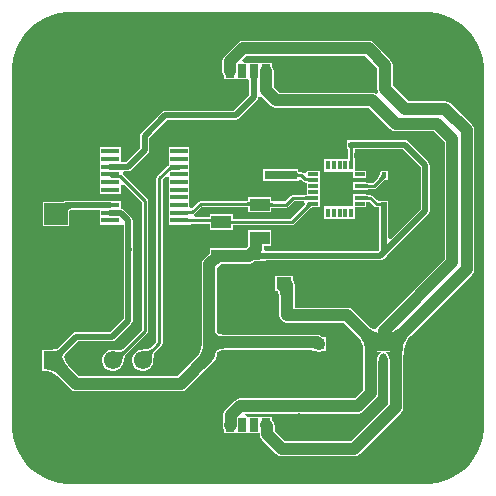
<source format=gtl>
G04*
G04 #@! TF.GenerationSoftware,Altium Limited,Altium Designer,25.8.1 (18)*
G04*
G04 Layer_Physical_Order=1*
G04 Layer_Color=255*
%FSLAX25Y25*%
%MOIN*%
G70*
G04*
G04 #@! TF.SameCoordinates,45097E57-D6D4-4368-9298-5D8CD2504E13*
G04*
G04*
G04 #@! TF.FilePolarity,Positive*
G04*
G01*
G75*
%ADD15C,0.01000*%
%ADD17R,0.01822X0.02182*%
%ADD18R,0.02182X0.01822*%
%ADD19R,0.01378X0.03150*%
%ADD20R,0.03347X0.01378*%
%ADD21R,0.01860X0.02029*%
%ADD22R,0.10236X0.10630*%
%ADD23R,0.12598X0.06299*%
%ADD24R,0.03568X0.03563*%
%ADD25R,0.03543X0.04528*%
%ADD26R,0.10646X0.02965*%
%ADD27R,0.07890X0.07296*%
%ADD28R,0.05906X0.01772*%
%ADD29R,0.03954X0.03434*%
%ADD30R,0.04758X0.03985*%
%ADD31R,0.02029X0.01860*%
%ADD32R,0.06741X0.04166*%
G04:AMPARAMS|DCode=33|XSize=39.54mil|YSize=34.34mil|CornerRadius=17.17mil|HoleSize=0mil|Usage=FLASHONLY|Rotation=180.000|XOffset=0mil|YOffset=0mil|HoleType=Round|Shape=RoundedRectangle|*
%AMROUNDEDRECTD33*
21,1,0.03954,0.00000,0,0,180.0*
21,1,0.00520,0.03434,0,0,180.0*
1,1,0.03434,-0.00260,0.00000*
1,1,0.03434,0.00260,0.00000*
1,1,0.03434,0.00260,0.00000*
1,1,0.03434,-0.00260,0.00000*
%
%ADD33ROUNDEDRECTD33*%
G04:AMPARAMS|DCode=34|XSize=39.54mil|YSize=125.28mil|CornerRadius=17.2mil|HoleSize=0mil|Usage=FLASHONLY|Rotation=180.000|XOffset=0mil|YOffset=0mil|HoleType=Round|Shape=RoundedRectangle|*
%AMROUNDEDRECTD34*
21,1,0.03954,0.09088,0,0,180.0*
21,1,0.00514,0.12528,0,0,180.0*
1,1,0.03440,-0.00257,0.04544*
1,1,0.03440,0.00257,0.04544*
1,1,0.03440,0.00257,-0.04544*
1,1,0.03440,-0.00257,-0.04544*
%
%ADD34ROUNDEDRECTD34*%
%ADD35R,0.02756X0.04528*%
%ADD36R,0.03150X0.04528*%
%ADD52C,0.03937*%
%ADD53C,0.01968*%
%ADD54O,0.03937X0.07874*%
%ADD55C,0.06102*%
%ADD56R,0.06102X0.06102*%
%ADD57C,0.05000*%
%ADD58C,0.15748*%
%ADD59C,0.03937*%
%ADD60C,0.01968*%
G36*
X141644Y157143D02*
X144136Y156476D01*
X146520Y155488D01*
X148755Y154198D01*
X150802Y152627D01*
X152627Y150802D01*
X154198Y148755D01*
X155488Y146520D01*
X156476Y144136D01*
X157143Y141644D01*
X157480Y139085D01*
Y137795D01*
Y19685D01*
Y18395D01*
X157143Y15836D01*
X156476Y13344D01*
X155488Y10960D01*
X154198Y8725D01*
X152627Y6678D01*
X150802Y4853D01*
X148755Y3282D01*
X146520Y1992D01*
X144136Y1005D01*
X141644Y337D01*
X139085Y0D01*
X19685D01*
X18395Y-0D01*
X15836Y337D01*
X13344Y1005D01*
X10960Y1992D01*
X8725Y3282D01*
X6678Y4853D01*
X4853Y6678D01*
X3282Y8725D01*
X1992Y10960D01*
X1005Y13344D01*
X337Y15836D01*
X-0Y18395D01*
X0Y19685D01*
X0Y137795D01*
Y139085D01*
X337Y141644D01*
X1005Y144136D01*
X1992Y146520D01*
X3282Y148755D01*
X4853Y150802D01*
X6678Y152627D01*
X8725Y154198D01*
X10960Y155488D01*
X13344Y156476D01*
X15836Y157143D01*
X18395Y157480D01*
X19685Y157480D01*
X19685Y157480D01*
X139085D01*
X141644Y157143D01*
D02*
G37*
%LPC*%
G36*
X125427Y104527D02*
X122605D01*
Y103358D01*
X122576Y103298D01*
X122571Y103184D01*
X122557Y103094D01*
X122534Y103002D01*
X122501Y102906D01*
X122455Y102806D01*
X122398Y102701D01*
X122327Y102591D01*
X122241Y102478D01*
X122141Y102360D01*
X122017Y102230D01*
X121998Y102181D01*
X120247Y100429D01*
X118764D01*
X118715Y100451D01*
X118370Y100457D01*
X118217Y100469D01*
X118217Y100598D01*
X117704Y100628D01*
X117648Y100604D01*
X117550Y100605D01*
X117542Y100598D01*
X113870D01*
Y98220D01*
X117217D01*
X117542Y98220D01*
X117550Y98214D01*
X117648Y98215D01*
X117704Y98191D01*
X118217Y98220D01*
X119197Y98390D01*
X120669D01*
X121060Y98467D01*
X121390Y98689D01*
X123440Y100739D01*
X123490Y100758D01*
X123620Y100882D01*
X123738Y100981D01*
X123851Y101067D01*
X123961Y101138D01*
X124066Y101196D01*
X124166Y101241D01*
X124262Y101274D01*
X124354Y101297D01*
X124443Y101311D01*
X124558Y101316D01*
X124618Y101345D01*
X125427D01*
Y104527D01*
D02*
G37*
G36*
X59161Y112311D02*
X52256D01*
Y109539D01*
Y106367D01*
X52239Y106363D01*
X51908Y106142D01*
X48492Y102726D01*
X48271Y102395D01*
X48193Y102005D01*
Y47352D01*
X46381Y45539D01*
X46338Y45525D01*
X46202Y45408D01*
X46064Y45318D01*
X45890Y45233D01*
X45679Y45155D01*
X45431Y45086D01*
X45146Y45028D01*
X44832Y44984D01*
X44075Y44934D01*
X43649Y44931D01*
X43552Y44890D01*
X43154D01*
X42251Y44648D01*
X41442Y44180D01*
X40780Y43519D01*
X40313Y42709D01*
X40071Y41806D01*
Y40871D01*
X40313Y39968D01*
X40780Y39158D01*
X41442Y38497D01*
X42251Y38029D01*
X43154Y37787D01*
X44090D01*
X44993Y38029D01*
X45803Y38497D01*
X46464Y39158D01*
X46931Y39968D01*
X47173Y40871D01*
Y41268D01*
X47214Y41365D01*
X47217Y41792D01*
X47267Y42549D01*
X47312Y42863D01*
X47370Y43148D01*
X47438Y43396D01*
X47517Y43606D01*
X47602Y43780D01*
X47691Y43918D01*
X47809Y44055D01*
X47823Y44097D01*
X49934Y46208D01*
X50155Y46539D01*
X50232Y46929D01*
Y101582D01*
X51332Y102682D01*
X52256Y102300D01*
Y99303D01*
Y96744D01*
Y94185D01*
Y91626D01*
Y89067D01*
Y86508D01*
X58161D01*
X58533Y86508D01*
X58574Y86484D01*
X58631Y86486D01*
X58649Y86479D01*
X59161Y86508D01*
X60136Y86874D01*
X65461D01*
X65509Y86853D01*
X65683Y86848D01*
X65815Y86836D01*
X65918Y86819D01*
X65990Y86800D01*
X66010Y86792D01*
X66012Y86789D01*
Y84728D01*
X73752D01*
Y86206D01*
X73754Y86209D01*
X73774Y86217D01*
X73845Y86237D01*
X73949Y86254D01*
X74081Y86265D01*
X74255Y86270D01*
X74303Y86291D01*
X93315D01*
X93705Y86369D01*
X94036Y86590D01*
X99154Y91709D01*
X99204Y91728D01*
X99334Y91852D01*
X99452Y91951D01*
X99565Y92037D01*
X99675Y92108D01*
X99780Y92165D01*
X99880Y92211D01*
X99976Y92244D01*
X100068Y92267D01*
X100157Y92281D01*
X100272Y92286D01*
X100332Y92315D01*
X102665D01*
Y96252D01*
Y100189D01*
Y104535D01*
X98319D01*
Y103979D01*
X97319Y103564D01*
X97111Y103772D01*
X96780Y103993D01*
X96390Y104071D01*
X95940D01*
X95892Y104092D01*
X95719Y104097D01*
X95586Y104109D01*
X95483Y104126D01*
X95412Y104145D01*
X95392Y104153D01*
X95390Y104156D01*
Y105034D01*
X83744D01*
Y101069D01*
X95390D01*
Y101195D01*
X96390Y101609D01*
X97153Y100846D01*
X97484Y100625D01*
X97764Y100569D01*
X97863Y100526D01*
X98032Y100522D01*
X98166Y100513D01*
X98273Y100500D01*
X98319Y100490D01*
Y96540D01*
X97998Y96515D01*
X97826Y96514D01*
X97775Y96492D01*
X93656D01*
X93265Y96414D01*
X92935Y96193D01*
X90977Y94236D01*
X87098D01*
X87050Y94257D01*
X86877Y94262D01*
X86744Y94274D01*
X86641Y94291D01*
X86569Y94310D01*
X86549Y94318D01*
X86547Y94322D01*
Y95799D01*
X78807D01*
Y94609D01*
X78805Y94606D01*
X78785Y94598D01*
X78714Y94578D01*
X78610Y94561D01*
X78478Y94550D01*
X78305Y94545D01*
X78256Y94524D01*
X62992D01*
X62602Y94446D01*
X62271Y94225D01*
X60161Y92115D01*
X59161Y92529D01*
Y96744D01*
Y99303D01*
Y101862D01*
Y104421D01*
Y106980D01*
Y109539D01*
Y112311D01*
D02*
G37*
G36*
X130905Y114702D02*
X130905Y114702D01*
X113189D01*
X112674Y114600D01*
X111598D01*
Y111778D01*
X112079D01*
X112146Y110722D01*
X112148Y110370D01*
X112169Y110318D01*
Y108922D01*
X112148Y108873D01*
X112141Y108528D01*
X112129Y108374D01*
X104126D01*
Y104224D01*
X113507D01*
X113870Y104224D01*
X113870Y103746D01*
Y102157D01*
X118217D01*
Y104535D01*
X114741D01*
X114378Y104535D01*
X114378Y105014D01*
Y107374D01*
X114378Y107699D01*
X114385Y107708D01*
X114384Y107805D01*
X114407Y107862D01*
X114378Y108374D01*
X114209Y109354D01*
Y110318D01*
X114230Y110370D01*
X114232Y110730D01*
X114261Y111602D01*
X114268Y111676D01*
X130279D01*
X136282Y105672D01*
Y91634D01*
X126453Y81805D01*
X125529Y82188D01*
Y92998D01*
X125446Y93416D01*
Y94512D01*
X123253D01*
X123240Y94522D01*
X123147Y94521D01*
X123098Y94542D01*
X122586Y94512D01*
X121655Y94680D01*
X120142Y96193D01*
X119811Y96414D01*
X119421Y96492D01*
X118764D01*
X118715Y96513D01*
X118370Y96520D01*
X118217Y96532D01*
X118217Y96661D01*
X117704Y96691D01*
X117648Y96667D01*
X117550Y96668D01*
X117542Y96661D01*
X113870D01*
Y94283D01*
X113870Y92626D01*
X113507Y92626D01*
X104126D01*
Y88476D01*
X114378D01*
Y91836D01*
X114378Y92315D01*
X114741Y92315D01*
X118217D01*
Y93927D01*
X119217Y94235D01*
X120865Y92587D01*
X121195Y92366D01*
X121586Y92288D01*
X122035D01*
X122083Y92267D01*
X122257Y92262D01*
X122389Y92251D01*
X122493Y92233D01*
X122502Y92231D01*
Y77855D01*
X122236Y77588D01*
X84831D01*
X84803Y77600D01*
X83981Y78381D01*
Y79397D01*
X86547D01*
Y84563D01*
X78807D01*
Y79397D01*
X78807Y79397D01*
X78807D01*
X78206Y78682D01*
X78115Y78592D01*
X75622D01*
X73752Y78632D01*
X73752Y78658D01*
X73240Y78687D01*
X73171Y78658D01*
X73067Y78658D01*
X73066Y78658D01*
X66012D01*
Y77051D01*
X63988Y75028D01*
X63442Y74211D01*
X63251Y73248D01*
Y51806D01*
X63247Y51788D01*
Y46444D01*
X63227Y46049D01*
X63152Y45544D01*
X63025Y45037D01*
X62846Y44525D01*
X62614Y44010D01*
X62328Y43489D01*
X61987Y42964D01*
X61590Y42435D01*
X61137Y41903D01*
X60816Y41564D01*
X55233Y35981D01*
X22539D01*
X19640Y38879D01*
X19319Y39218D01*
X18866Y39751D01*
X18469Y40280D01*
X18128Y40805D01*
X17842Y41325D01*
X17610Y41841D01*
X17431Y42352D01*
X17390Y42514D01*
X17494Y42744D01*
X17627Y42986D01*
X17787Y43232D01*
X17975Y43483D01*
X18191Y43738D01*
X18373Y43929D01*
X18692Y44251D01*
X18704Y44280D01*
X22123Y47699D01*
X33465D01*
X33465Y47699D01*
X34044Y47815D01*
X34535Y48142D01*
X39878Y53486D01*
X39878Y53486D01*
X40206Y53977D01*
X40321Y54556D01*
Y73852D01*
X40333Y73880D01*
X40342Y74875D01*
X40362Y75342D01*
X40407Y75342D01*
X40436Y75854D01*
X40435Y75854D01*
X40436Y75856D01*
X40406Y75926D01*
Y77619D01*
X40436Y77690D01*
X40430Y77704D01*
X40435Y77718D01*
X40332Y79686D01*
X40321Y79710D01*
Y87898D01*
X40321Y87898D01*
X40206Y88477D01*
X39878Y88968D01*
X37421Y91424D01*
X36930Y91752D01*
X36351Y91868D01*
X36327Y92814D01*
Y94398D01*
X33472D01*
X33453Y94410D01*
X32874Y94525D01*
X20695D01*
X20665Y94537D01*
X20636Y94525D01*
X20607D01*
X20583Y94531D01*
X20545Y94525D01*
X18016D01*
X18016Y94525D01*
X17437Y94410D01*
X17130Y94205D01*
X10319D01*
Y85909D01*
X19209D01*
Y90938D01*
X19235Y90987D01*
X19248Y91110D01*
X19263Y91154D01*
X19289Y91192D01*
X19340Y91240D01*
X19434Y91297D01*
X19579Y91356D01*
X19777Y91409D01*
X20025Y91451D01*
X20323Y91477D01*
X20680Y91487D01*
X20707Y91499D01*
X29421D01*
Y86508D01*
X36327D01*
Y86508D01*
X37294Y86429D01*
Y79688D01*
X37282Y79658D01*
X37286Y79649D01*
X37282Y79640D01*
X37294Y79289D01*
Y74255D01*
X37282Y73903D01*
X37286Y73894D01*
X37282Y73885D01*
X37294Y73856D01*
Y55182D01*
X32838Y50726D01*
X21496D01*
X21496Y50726D01*
X20917Y50611D01*
X20426Y50283D01*
X20426Y50283D01*
X16564Y46420D01*
X16535Y46409D01*
X16212Y46090D01*
X16021Y45908D01*
X15766Y45692D01*
X15516Y45504D01*
X15269Y45343D01*
X15028Y45210D01*
X14790Y45103D01*
X14557Y45022D01*
X14328Y44965D01*
X14102Y44931D01*
X13850Y44918D01*
X13790Y44890D01*
X10071D01*
Y37787D01*
X11006D01*
X11066Y37759D01*
X11596Y37732D01*
X12101Y37657D01*
X12608Y37530D01*
X13120Y37351D01*
X13635Y37119D01*
X14156Y36832D01*
X14681Y36491D01*
X15210Y36095D01*
X15743Y35642D01*
X16081Y35320D01*
X19716Y31685D01*
X20533Y31139D01*
X21496Y30948D01*
X56275D01*
X57238Y31139D01*
X58055Y31685D01*
X67156Y40786D01*
X67625Y41100D01*
X68116Y41834D01*
X68288Y42700D01*
Y43336D01*
X68312Y43561D01*
X68386Y43772D01*
X68510Y43958D01*
X68699Y44133D01*
X68970Y44299D01*
X69332Y44447D01*
X69785Y44569D01*
X70329Y44660D01*
X70961Y44715D01*
X71413Y44727D01*
X100078D01*
Y44374D01*
X101334D01*
X101399Y44330D01*
X102362Y44139D01*
X103325Y44330D01*
X103391Y44374D01*
X104646D01*
Y45631D01*
X104688Y45693D01*
X104879Y46656D01*
X104688Y47619D01*
X104646Y47681D01*
Y48937D01*
X103640D01*
X103554Y49024D01*
X102737Y49569D01*
X101774Y49761D01*
X71413D01*
X70961Y49773D01*
X70329Y49829D01*
X69785Y49919D01*
X69332Y50041D01*
X68970Y50189D01*
X68699Y50355D01*
X68510Y50530D01*
X68386Y50716D01*
X68312Y50927D01*
X68288Y51152D01*
Y51788D01*
X68285Y51806D01*
Y72206D01*
X69571Y73492D01*
X73170D01*
X73240Y73463D01*
X73247Y73466D01*
X73254Y73463D01*
X76910Y73558D01*
X79158D01*
X80121Y73750D01*
X80840Y74230D01*
X80849Y74232D01*
X80914Y74275D01*
X81009Y74311D01*
X81185Y74353D01*
X84085Y74545D01*
X84803Y74549D01*
X84831Y74562D01*
X122863D01*
X122863Y74562D01*
X123442Y74677D01*
X123933Y75005D01*
X125086Y76158D01*
X125086Y76158D01*
X138865Y89937D01*
X138865Y89937D01*
X139193Y90428D01*
X139309Y91008D01*
X139309Y91008D01*
Y106299D01*
X139309Y106299D01*
X139193Y106878D01*
X138865Y107369D01*
X131976Y114259D01*
X131485Y114587D01*
X131388Y114606D01*
X130905Y114702D01*
D02*
G37*
G36*
X118898Y147792D02*
X77119D01*
X76156Y147601D01*
X75340Y147055D01*
X70961Y142677D01*
X70416Y141861D01*
X70224Y140898D01*
Y137810D01*
X70416Y136847D01*
X70681Y136450D01*
Y135031D01*
X73894D01*
X74831Y135031D01*
Y135031D01*
X74894D01*
X74894Y135031D01*
X78650Y135031D01*
X79159Y134243D01*
X79180Y133929D01*
X79183Y133570D01*
X79195Y133541D01*
Y129564D01*
X74176Y124545D01*
X51181D01*
X51181Y124545D01*
X50602Y124430D01*
X50111Y124102D01*
X50111Y124102D01*
X43221Y117212D01*
X42893Y116721D01*
X42778Y116142D01*
X42778Y116142D01*
Y111946D01*
X38153Y107320D01*
X36327D01*
Y112311D01*
X29421D01*
Y109539D01*
Y106980D01*
Y104421D01*
Y101862D01*
Y99303D01*
Y96744D01*
X36327D01*
Y99740D01*
X37251Y100123D01*
X43272Y94102D01*
Y51446D01*
X36936Y45110D01*
X36924Y45108D01*
X36899Y45073D01*
X36898Y45072D01*
X36855Y45058D01*
X36706Y44930D01*
X36569Y44844D01*
X36410Y44772D01*
X36223Y44717D01*
X36007Y44679D01*
X35761Y44662D01*
X35484Y44666D01*
X35177Y44695D01*
X34841Y44749D01*
X34463Y44831D01*
X34371Y44814D01*
X34090Y44890D01*
X33154D01*
X32251Y44648D01*
X31442Y44180D01*
X30780Y43519D01*
X30313Y42709D01*
X30071Y41806D01*
Y40871D01*
X30313Y39968D01*
X30780Y39158D01*
X31442Y38497D01*
X32251Y38029D01*
X33154Y37787D01*
X34090D01*
X34993Y38029D01*
X35803Y38497D01*
X36464Y39158D01*
X36931Y39968D01*
X37063Y40461D01*
X37126Y40549D01*
X37126Y40549D01*
X37127Y40549D01*
X37238Y41025D01*
X37458Y41854D01*
X37677Y42521D01*
X37781Y42783D01*
X37883Y43006D01*
X37978Y43182D01*
X38063Y43309D01*
X38158Y43420D01*
X38172Y43462D01*
X45012Y50303D01*
X45233Y50633D01*
X45311Y51024D01*
Y94525D01*
X45233Y94915D01*
X45012Y95245D01*
X36964Y103294D01*
X37373Y104294D01*
X38780D01*
X38780Y104294D01*
X39359Y104409D01*
X39850Y104737D01*
X45361Y110249D01*
X45361Y110249D01*
X45689Y110740D01*
X45805Y111319D01*
X45805Y111319D01*
Y115515D01*
X51808Y121518D01*
X74803D01*
X74803Y121518D01*
X75382Y121633D01*
X75873Y121961D01*
X81779Y127867D01*
X81779Y127867D01*
X82107Y128358D01*
X82222Y128937D01*
Y128968D01*
X83222Y129360D01*
X86409Y126173D01*
X87226Y125628D01*
X88189Y125436D01*
X119036D01*
X126173Y118299D01*
X126990Y117754D01*
X127953Y117562D01*
X140690D01*
X144334Y113918D01*
Y75058D01*
X122236Y52961D01*
X121690Y52144D01*
X121136Y51799D01*
X120575Y51661D01*
X120234Y51849D01*
X119709Y52190D01*
X119180Y52586D01*
X118647Y53039D01*
X118309Y53361D01*
X113630Y58039D01*
X112814Y58585D01*
X111850Y58777D01*
X94230D01*
Y66358D01*
X94038Y67321D01*
X93634Y67926D01*
Y69421D01*
X91265D01*
X91142Y69446D01*
X90755D01*
X90632Y69421D01*
X87877D01*
Y65437D01*
X87877Y65069D01*
X87854Y65030D01*
X87856Y64969D01*
X87847Y64949D01*
X87877Y64437D01*
X88269D01*
X88307Y64414D01*
X88307Y64414D01*
X88477Y64388D01*
X88514Y64369D01*
X88558Y64346D01*
X88658Y64250D01*
X88775Y64066D01*
X88893Y63785D01*
X89000Y63408D01*
X89085Y62947D01*
X89190Y61732D01*
X89196Y61402D01*
Y56278D01*
X89192Y56260D01*
X89364Y55395D01*
X89369Y55387D01*
X89387Y55297D01*
X89933Y54480D01*
X90749Y53935D01*
X91713Y53743D01*
X110808D01*
X114749Y49801D01*
X115071Y49463D01*
X115524Y48930D01*
X115921Y48401D01*
X116262Y47876D01*
X116548Y47356D01*
X116780Y46840D01*
X116959Y46329D01*
X117086Y45821D01*
X117162Y45317D01*
X117168Y45184D01*
Y31357D01*
X114398Y28588D01*
X76025D01*
X75062Y28396D01*
X74245Y27850D01*
X71145Y24751D01*
X70600Y23934D01*
X70408Y22971D01*
Y20536D01*
X70239Y19685D01*
X70431Y18722D01*
X70681Y18347D01*
Y16921D01*
X73894D01*
X74831Y16921D01*
Y16921D01*
X74894D01*
Y16921D01*
X78650D01*
Y16921D01*
X78831D01*
Y16921D01*
X82587D01*
X82601Y16608D01*
Y16607D01*
X82793Y15644D01*
X83338Y14828D01*
X88135Y10031D01*
X88951Y9486D01*
X89915Y9294D01*
X114173D01*
X115136Y9486D01*
X115953Y10031D01*
X129732Y23811D01*
X130278Y24627D01*
X130470Y25591D01*
Y40583D01*
X130497Y42155D01*
X130556Y43073D01*
X130594Y43397D01*
X130630Y43595D01*
X130815D01*
X130844Y44107D01*
X130815Y44177D01*
Y44727D01*
X130843Y44787D01*
X130870Y45317D01*
X130946Y45821D01*
X131072Y46329D01*
X131252Y46840D01*
X131483Y47356D01*
X131770Y47876D01*
X132111Y48401D01*
X132508Y48930D01*
X132961Y49463D01*
X133282Y49801D01*
X153355Y69874D01*
X153900Y70690D01*
X154092Y71653D01*
Y118110D01*
X153900Y119073D01*
X153355Y119890D01*
X146268Y126977D01*
X145451Y127522D01*
X144488Y127714D01*
X132145D01*
X126926Y132932D01*
Y139764D01*
X126735Y140727D01*
X126189Y141543D01*
X120677Y147055D01*
X119861Y147601D01*
X118898Y147792D01*
D02*
G37*
%LPD*%
G36*
X124531Y101857D02*
X124390Y101850D01*
X124248Y101829D01*
X124107Y101793D01*
X123965Y101744D01*
X123824Y101680D01*
X123682Y101602D01*
X123541Y101511D01*
X123400Y101405D01*
X123258Y101284D01*
X123117Y101150D01*
X122410Y101857D01*
X122544Y101998D01*
X122664Y102140D01*
X122770Y102281D01*
X122862Y102423D01*
X122940Y102564D01*
X123004Y102706D01*
X123053Y102847D01*
X123089Y102988D01*
X123110Y103130D01*
X123117Y103271D01*
X124531Y101857D01*
D02*
G37*
G36*
X117715Y100053D02*
X117745Y100023D01*
X117795Y99996D01*
X117865Y99973D01*
X117955Y99954D01*
X118064Y99938D01*
X118344Y99916D01*
X118704Y99910D01*
Y98909D01*
X118515Y98908D01*
X117955Y98865D01*
X117865Y98846D01*
X117795Y98823D01*
X117745Y98796D01*
X117715Y98766D01*
X117704Y98733D01*
Y100086D01*
X117715Y100053D01*
D02*
G37*
G36*
X94888Y103956D02*
X94918Y103871D01*
X94968Y103796D01*
X95038Y103731D01*
X95128Y103676D01*
X95238Y103631D01*
X95368Y103596D01*
X95518Y103571D01*
X95688Y103556D01*
X95878Y103551D01*
Y102551D01*
X95688Y102546D01*
X95518Y102531D01*
X95368Y102506D01*
X95238Y102471D01*
X95128Y102426D01*
X95038Y102371D01*
X94968Y102306D01*
X94918Y102231D01*
X94888Y102146D01*
X94878Y102051D01*
Y104051D01*
X94888Y103956D01*
D02*
G37*
G36*
X98831Y102055D02*
Y100701D01*
X98821Y100770D01*
X98793Y100833D01*
X98745Y100888D01*
X98678Y100935D01*
X98592Y100976D01*
X98487Y101008D01*
X98362Y101034D01*
X98219Y101052D01*
X98056Y101063D01*
X97874Y101067D01*
Y102067D01*
X98831Y102055D01*
D02*
G37*
G36*
Y94796D02*
X98821Y94829D01*
X98791Y94859D01*
X98741Y94886D01*
X98671Y94909D01*
X98581Y94928D01*
X98471Y94944D01*
X98191Y94965D01*
X97831Y94972D01*
Y95972D01*
X98021Y95974D01*
X98581Y96017D01*
X98671Y96036D01*
X98741Y96059D01*
X98791Y96086D01*
X98821Y96116D01*
X98831Y96149D01*
Y94796D01*
D02*
G37*
G36*
X79319Y92504D02*
X79309Y92599D01*
X79279Y92684D01*
X79229Y92759D01*
X79159Y92824D01*
X79069Y92879D01*
X78959Y92924D01*
X78829Y92959D01*
X78679Y92984D01*
X78509Y92999D01*
X78319Y93004D01*
Y94004D01*
X78509Y94009D01*
X78679Y94024D01*
X78829Y94049D01*
X78959Y94084D01*
X79069Y94129D01*
X79159Y94184D01*
X79229Y94249D01*
X79279Y94324D01*
X79309Y94409D01*
X79319Y94504D01*
Y92504D01*
D02*
G37*
G36*
X86045Y94121D02*
X86076Y94037D01*
X86125Y93962D01*
X86195Y93897D01*
X86286Y93841D01*
X86396Y93796D01*
X86525Y93761D01*
X86676Y93736D01*
X86845Y93721D01*
X87036Y93717D01*
Y92716D01*
X86845Y92712D01*
X86676Y92696D01*
X86525Y92672D01*
X86396Y92637D01*
X86286Y92592D01*
X86195Y92536D01*
X86125Y92471D01*
X86076Y92396D01*
X86045Y92312D01*
X86036Y92216D01*
Y94217D01*
X86045Y94121D01*
D02*
G37*
G36*
X100245Y92827D02*
X100104Y92820D01*
X99962Y92799D01*
X99821Y92763D01*
X99679Y92714D01*
X99538Y92650D01*
X99397Y92572D01*
X99255Y92480D01*
X99114Y92374D01*
X98972Y92254D01*
X98831Y92120D01*
X98124Y92827D01*
X98831Y94181D01*
X100245Y92827D01*
D02*
G37*
G36*
X97828Y93538D02*
X97829Y93431D01*
X97649Y93087D01*
X92893Y88331D01*
X74303D01*
X74255Y88352D01*
X74081Y88357D01*
X73949Y88368D01*
X73845Y88385D01*
X73774Y88405D01*
X73754Y88413D01*
X73752Y88416D01*
Y89894D01*
X66012D01*
Y88999D01*
X66010Y88996D01*
X65990Y88987D01*
X65918Y88968D01*
X65815Y88951D01*
X65683Y88939D01*
X65509Y88935D01*
X65461Y88913D01*
X61127D01*
X60824Y89913D01*
X60882Y89952D01*
X63415Y92484D01*
X78256D01*
X78305Y92463D01*
X78478Y92458D01*
X78610Y92447D01*
X78714Y92429D01*
X78785Y92410D01*
X78805Y92402D01*
X78807Y92399D01*
Y90634D01*
X86547D01*
Y92112D01*
X86549Y92115D01*
X86569Y92123D01*
X86641Y92142D01*
X86744Y92159D01*
X86877Y92171D01*
X87050Y92176D01*
X87098Y92197D01*
X91400D01*
X91790Y92274D01*
X92121Y92496D01*
X94078Y94453D01*
X97234D01*
X97828Y93538D01*
D02*
G37*
G36*
X58659Y91297D02*
X58689Y91271D01*
X58739Y91248D01*
X58809Y91228D01*
X58899Y91212D01*
X59009Y91198D01*
X59289Y91179D01*
X59649Y91173D01*
Y90173D01*
X59459Y90168D01*
X59289Y90153D01*
X59139Y90128D01*
X59009Y90093D01*
X58899Y90048D01*
X58809Y89993D01*
X58739Y89928D01*
X58689Y89853D01*
X58659Y89768D01*
X58649Y89673D01*
Y91327D01*
X58659Y91297D01*
D02*
G37*
G36*
Y88696D02*
X58689Y88633D01*
X58739Y88577D01*
X58809Y88528D01*
X58899Y88487D01*
X59009Y88454D01*
X59139Y88427D01*
X59289Y88409D01*
X59459Y88397D01*
X59649Y88394D01*
Y87394D01*
X59459Y87390D01*
X59139Y87360D01*
X59009Y87334D01*
X58899Y87300D01*
X58809Y87259D01*
X58739Y87211D01*
X58689Y87155D01*
X58659Y87091D01*
X58649Y87020D01*
Y88767D01*
X58659Y88696D01*
D02*
G37*
G36*
X66524Y86894D02*
X66514Y86989D01*
X66484Y87074D01*
X66434Y87149D01*
X66364Y87214D01*
X66274Y87269D01*
X66163Y87314D01*
X66034Y87349D01*
X65884Y87374D01*
X65714Y87389D01*
X65524Y87394D01*
Y88394D01*
X65714Y88399D01*
X65884Y88414D01*
X66034Y88439D01*
X66163Y88474D01*
X66274Y88519D01*
X66364Y88574D01*
X66434Y88639D01*
X66484Y88714D01*
X66514Y88799D01*
X66524Y88894D01*
Y86894D01*
D02*
G37*
G36*
X73250Y88216D02*
X73280Y88131D01*
X73330Y88056D01*
X73400Y87991D01*
X73490Y87936D01*
X73600Y87891D01*
X73730Y87856D01*
X73880Y87831D01*
X74050Y87816D01*
X74240Y87811D01*
Y86811D01*
X74050Y86806D01*
X73880Y86791D01*
X73730Y86766D01*
X73600Y86731D01*
X73490Y86686D01*
X73400Y86631D01*
X73330Y86566D01*
X73280Y86491D01*
X73250Y86406D01*
X73240Y86311D01*
Y88311D01*
X73250Y88216D01*
D02*
G37*
G36*
X47398Y44408D02*
X47256Y44243D01*
X47130Y44047D01*
X47019Y43820D01*
X46923Y43562D01*
X46843Y43274D01*
X46778Y42955D01*
X46729Y42605D01*
X46676Y41812D01*
X46673Y41369D01*
X43653Y44390D01*
X44095Y44393D01*
X44888Y44445D01*
X45238Y44495D01*
X45557Y44559D01*
X45846Y44640D01*
X46104Y44735D01*
X46330Y44846D01*
X46526Y44973D01*
X46691Y45115D01*
X47398Y44408D01*
D02*
G37*
G36*
X113848Y112437D02*
X113815Y112346D01*
X113802Y112290D01*
X114189D01*
X114094Y112280D01*
X114009Y112250D01*
X113934Y112200D01*
X113869Y112130D01*
X113814Y112040D01*
X113769Y111930D01*
X113736Y111809D01*
X113720Y111636D01*
X113691Y110740D01*
X113689Y110373D01*
X112689D01*
X112687Y110740D01*
X112612Y111919D01*
X112609Y111930D01*
X112564Y112040D01*
X112509Y112130D01*
X112444Y112200D01*
X112369Y112250D01*
X112284Y112280D01*
X112189Y112290D01*
X112576D01*
X112563Y112346D01*
X112530Y112437D01*
X112493Y112493D01*
X113885D01*
X113848Y112437D01*
D02*
G37*
G36*
X113691Y108672D02*
X113733Y108112D01*
X113753Y108022D01*
X113776Y107952D01*
X113802Y107902D01*
X113832Y107872D01*
X113866Y107862D01*
X112512D01*
X112546Y107872D01*
X112576Y107902D01*
X112602Y107952D01*
X112625Y108022D01*
X112645Y108112D01*
X112661Y108222D01*
X112682Y108502D01*
X112689Y108862D01*
X113689D01*
X113691Y108672D01*
D02*
G37*
G36*
X117715Y96116D02*
X117745Y96086D01*
X117795Y96059D01*
X117865Y96036D01*
X117955Y96017D01*
X118064Y96001D01*
X118344Y95979D01*
X118704Y95972D01*
Y94972D01*
X118515Y94971D01*
X117955Y94928D01*
X117865Y94909D01*
X117795Y94886D01*
X117745Y94859D01*
X117715Y94829D01*
X117704Y94796D01*
Y96149D01*
X117715Y96116D01*
D02*
G37*
G36*
X123098Y92308D02*
X123088Y92403D01*
X123058Y92488D01*
X123008Y92563D01*
X122938Y92628D01*
X122848Y92683D01*
X122738Y92728D01*
X122608Y92763D01*
X122458Y92788D01*
X122288Y92803D01*
X122098Y92808D01*
Y93808D01*
X122288Y93810D01*
X122738Y93839D01*
X122848Y93856D01*
X122938Y93877D01*
X123008Y93902D01*
X123058Y93931D01*
X123088Y93964D01*
X123098Y94000D01*
Y92308D01*
D02*
G37*
G36*
X20665Y92028D02*
X20291Y92018D01*
X19957Y91988D01*
X19661Y91939D01*
X19406Y91870D01*
X19189Y91782D01*
X19012Y91673D01*
X18874Y91545D01*
X18776Y91398D01*
X18717Y91230D01*
X18697Y91043D01*
Y93693D01*
X20665Y93996D01*
Y92028D01*
D02*
G37*
G36*
X39894Y77690D02*
X37890D01*
X37823Y79658D01*
X39792D01*
X39894Y77690D01*
D02*
G37*
G36*
X80665Y77390D02*
X80850Y77321D01*
X81103Y77259D01*
X81425Y77206D01*
X82275Y77124D01*
X84066Y77063D01*
X84799Y77059D01*
Y75091D01*
X84066Y75086D01*
X81103Y74890D01*
X80850Y74829D01*
X80665Y74760D01*
X80549Y74682D01*
Y77468D01*
X80665Y77390D01*
D02*
G37*
G36*
X73280Y78126D02*
X73398Y78109D01*
X73595Y78093D01*
X75760Y78047D01*
X77177Y78043D01*
Y74106D01*
X73240Y74004D01*
Y78146D01*
X73280Y78126D01*
D02*
G37*
G36*
X39875Y75834D02*
X39858Y75775D01*
X39842Y75676D01*
X39829Y75539D01*
X39801Y74889D01*
X39792Y73885D01*
X37823D01*
X37890Y75854D01*
X39894D01*
X39875Y75834D01*
D02*
G37*
G36*
X67780Y50807D02*
X67898Y50472D01*
X68095Y50177D01*
X68371Y49921D01*
X68725Y49705D01*
X69158Y49528D01*
X69670Y49390D01*
X70261Y49291D01*
X70930Y49232D01*
X71678Y49213D01*
Y45276D01*
X70930Y45256D01*
X70261Y45197D01*
X69670Y45098D01*
X69158Y44961D01*
X68725Y44783D01*
X68371Y44567D01*
X68095Y44311D01*
X67898Y44016D01*
X67780Y43681D01*
X67741Y43307D01*
Y51181D01*
X67780Y50807D01*
D02*
G37*
G36*
X66681Y41114D02*
X63957Y38362D01*
X61011Y40984D01*
X61540Y41541D01*
X62013Y42097D01*
X62430Y42654D01*
X62792Y43211D01*
X63099Y43768D01*
X63349Y44324D01*
X63544Y44881D01*
X63683Y45438D01*
X63767Y45995D01*
X63794Y46552D01*
X66681Y41114D01*
D02*
G37*
G36*
X18307Y44632D02*
X17985Y44305D01*
X17789Y44099D01*
X17552Y43821D01*
X17343Y43543D01*
X17162Y43264D01*
X17009Y42986D01*
X16884Y42707D01*
X16826Y42541D01*
X16912Y42197D01*
X17107Y41640D01*
X17357Y41083D01*
X17663Y40527D01*
X18025Y39970D01*
X18443Y39413D01*
X18916Y38856D01*
X19445Y38299D01*
X16661Y35515D01*
X16104Y36044D01*
X15548Y36518D01*
X14991Y36935D01*
X14434Y37297D01*
X13877Y37603D01*
X13321Y37854D01*
X12764Y38049D01*
X12207Y38188D01*
X11650Y38272D01*
X11094Y38299D01*
X14861Y42067D01*
X13621Y43307D01*
X13758Y43334D01*
X13938Y43416D01*
X14160Y43552D01*
X14425Y43742D01*
X14473Y43782D01*
X13877Y44378D01*
X14156Y44392D01*
X14434Y44433D01*
X14713Y44503D01*
X14991Y44600D01*
X15269Y44726D01*
X15548Y44879D01*
X15826Y45060D01*
X16104Y45269D01*
X16383Y45505D01*
X16589Y45701D01*
X16915Y46024D01*
X18307Y44632D01*
D02*
G37*
G36*
X82002Y135524D02*
X81937Y135465D01*
X81880Y135366D01*
X81830Y135229D01*
X81788Y135051D01*
X81754Y134835D01*
X81727Y134579D01*
X81697Y133949D01*
X81693Y133575D01*
X79724D01*
X79721Y133949D01*
X79663Y134835D01*
X79629Y135051D01*
X79587Y135229D01*
X79537Y135366D01*
X79480Y135465D01*
X79415Y135524D01*
X79343Y135544D01*
X82075D01*
X82002Y135524D01*
D02*
G37*
G36*
X121893Y138721D02*
Y131890D01*
X122084Y130927D01*
X122256Y130670D01*
X121535Y129949D01*
X121042Y130278D01*
X120079Y130470D01*
X89231D01*
X87241Y132460D01*
Y137795D01*
X87050Y138758D01*
X86799Y139133D01*
Y140559D01*
X83587D01*
X82650Y140559D01*
Y140559D01*
X82587D01*
Y140559D01*
X79650D01*
X78831Y140559D01*
Y140559D01*
X78650D01*
Y140559D01*
X77269D01*
X76886Y141483D01*
X78162Y142759D01*
X117855D01*
X121893Y138721D01*
D02*
G37*
G36*
X93681Y61012D02*
X89744D01*
X89731Y61760D01*
X89622Y63020D01*
X89527Y63531D01*
X89405Y63964D01*
X89256Y64319D01*
X89080Y64594D01*
X88877Y64791D01*
X88646Y64909D01*
X88389Y64949D01*
X93122D01*
X93681Y61012D01*
D02*
G37*
G36*
X133087Y50382D02*
X132558Y49825D01*
X132085Y49268D01*
X131667Y48711D01*
X131305Y48155D01*
X130999Y47598D01*
X130748Y47041D01*
X130553Y46484D01*
X130414Y45928D01*
X130331Y45371D01*
X130303Y44814D01*
X124735Y50382D01*
X125292Y50410D01*
X125849Y50493D01*
X126406Y50632D01*
X126962Y50827D01*
X127519Y51078D01*
X128076Y51384D01*
X128633Y51746D01*
X129189Y52163D01*
X129746Y52637D01*
X130303Y53166D01*
X133087Y50382D01*
D02*
G37*
G36*
X118285Y52637D02*
X118842Y52163D01*
X119399Y51746D01*
X119956Y51384D01*
X120512Y51078D01*
X121069Y50827D01*
X121626Y50632D01*
X122183Y50493D01*
X122740Y50410D01*
X123296Y50382D01*
X117728Y44814D01*
X117701Y45371D01*
X117617Y45928D01*
X117478Y46484D01*
X117283Y47041D01*
X117033Y47598D01*
X116726Y48155D01*
X116364Y48711D01*
X115947Y49268D01*
X115474Y49825D01*
X114945Y50382D01*
X117728Y53166D01*
X118285Y52637D01*
D02*
G37*
G36*
X37747Y43772D02*
X37630Y43636D01*
X37514Y43461D01*
X37398Y43248D01*
X37283Y42996D01*
X37168Y42705D01*
X36939Y42008D01*
X36712Y41156D01*
X36600Y40672D01*
X34348Y44302D01*
X34740Y44217D01*
X35109Y44158D01*
X35454Y44126D01*
X35775Y44120D01*
X36073Y44141D01*
X36347Y44189D01*
X36598Y44264D01*
X36825Y44365D01*
X37028Y44493D01*
X37208Y44648D01*
X37747Y43772D01*
D02*
G37*
G36*
X130230Y44067D02*
X130166Y43949D01*
X130108Y43752D01*
X130059Y43477D01*
X130017Y43122D01*
X129956Y42177D01*
X129921Y40170D01*
X125984D01*
X125965Y40918D01*
X125906Y41587D01*
X125807Y42177D01*
X125669Y42689D01*
X125492Y43122D01*
X125276Y43477D01*
X125020Y43752D01*
X124724Y43949D01*
X124390Y44067D01*
X124016Y44107D01*
X130303D01*
X130230Y44067D01*
D02*
G37*
G36*
X123248D02*
X122913Y43949D01*
X122618Y43752D01*
X122362Y43477D01*
X122146Y43122D01*
X121968Y42689D01*
X121831Y42177D01*
X121732Y41587D01*
X121673Y40918D01*
X121653Y40170D01*
X117717D01*
X117728Y44107D01*
X123622D01*
X123248Y44067D01*
D02*
G37*
G36*
X123959Y43568D02*
X124270Y43536D01*
X124480Y43461D01*
X124667Y43337D01*
X124842Y43148D01*
X125008Y42877D01*
X125155Y42516D01*
X125278Y42062D01*
X125368Y41519D01*
X125424Y40887D01*
X125436Y40434D01*
Y26633D01*
X113131Y14328D01*
X90957D01*
X87635Y17650D01*
Y19390D01*
X87443Y20353D01*
X86898Y21170D01*
X86799Y21268D01*
Y22449D01*
X83587D01*
X82650Y22449D01*
Y22449D01*
X82587D01*
Y22449D01*
X78831D01*
Y22449D01*
X78650D01*
Y22449D01*
X78357D01*
X77823Y23449D01*
X77893Y23554D01*
X115441D01*
X116404Y23746D01*
X117221Y24291D01*
X121465Y28535D01*
X122010Y29352D01*
X122202Y30315D01*
Y40434D01*
X122214Y40887D01*
X122270Y41519D01*
X122360Y42062D01*
X122482Y42516D01*
X122630Y42877D01*
X122796Y43148D01*
X122971Y43337D01*
X123157Y43461D01*
X123368Y43536D01*
X123679Y43568D01*
X123727Y43595D01*
X123911D01*
X123959Y43568D01*
D02*
G37*
D15*
X129634Y106012D02*
X129921Y106299D01*
X124302Y106012D02*
X129634D01*
X124016Y105726D02*
X124302Y106012D01*
X124016Y105546D02*
Y105726D01*
X122799Y105135D02*
X123605D01*
X125478Y97441D02*
X129921D01*
X123605Y105135D02*
X124016Y105546D01*
X120954Y103289D02*
X122799Y105135D01*
X119217Y101378D02*
X120954Y103115D01*
X116043Y97441D02*
X122638D01*
X103347Y113189D02*
X110399D01*
X103347Y106299D02*
Y113189D01*
X120954Y103115D02*
Y103289D01*
X116043Y101378D02*
X119217D01*
X124530Y96493D02*
X125478Y97441D01*
X124446Y96493D02*
X124530D01*
X124016Y96063D02*
X124446Y96493D01*
X122638Y97441D02*
X124016Y96063D01*
Y95979D02*
Y96063D01*
X106885Y86028D02*
X107283Y85630D01*
X103932Y86028D02*
X106885D01*
X103347Y86614D02*
X103932Y86028D01*
X103347Y86614D02*
Y90551D01*
X89567Y115453D02*
X89567Y115453D01*
Y109252D02*
Y115453D01*
X119421Y95472D02*
X121586Y93308D01*
X123706D02*
X124016Y92998D01*
X121586Y93308D02*
X123706D01*
X113189Y106299D02*
Y113189D01*
X116043Y95472D02*
X119421D01*
X124016Y102756D02*
Y102936D01*
X120669Y99410D02*
X124016Y102756D01*
X116043Y99410D02*
X120669D01*
X100303Y101567D02*
X100492Y101378D01*
X97874Y101567D02*
X100303D01*
X96390Y103051D02*
X97874Y101567D01*
X89567Y103051D02*
X96390D01*
X93656Y95472D02*
X100492D01*
X91400Y93217D02*
X93656Y95472D01*
X82677Y93217D02*
X91400D01*
X82390Y93504D02*
X82677Y93217D01*
X62992Y93504D02*
X82390D01*
X60161Y90673D02*
X62992Y93504D01*
X55929Y90673D02*
X60161D01*
X55709Y90453D02*
X55929Y90673D01*
X55709Y87894D02*
X69299D01*
X99508Y93504D02*
X100492D01*
X93315Y87311D02*
X99508Y93504D01*
X69882Y87311D02*
X93315D01*
X69299Y87894D02*
X69882Y87311D01*
X49213Y46929D02*
Y102005D01*
X52629Y105421D01*
X43622Y41339D02*
X49213Y46929D01*
X34606Y41339D02*
X44291Y51024D01*
X33622Y41339D02*
X34606D01*
X55323Y105421D02*
X55709Y105807D01*
X52629Y105421D02*
X55323D01*
X32874Y103248D02*
X33260Y102862D01*
X35954D01*
X44291Y94525D01*
Y51024D02*
Y94525D01*
D17*
X124016Y105726D02*
D03*
Y102936D02*
D03*
D18*
X110399Y113189D02*
D03*
X113189D02*
D03*
D19*
X103347Y106299D02*
D03*
Y90551D02*
D03*
X113189Y106299D02*
D03*
X111221D02*
D03*
X109252D02*
D03*
X107283D02*
D03*
X105315D02*
D03*
X113189Y90551D02*
D03*
X111221D02*
D03*
X109252D02*
D03*
X107283D02*
D03*
X105315D02*
D03*
D20*
X116043Y97441D02*
D03*
Y101378D02*
D03*
Y95472D02*
D03*
X100492Y103347D02*
D03*
Y101378D02*
D03*
Y99410D02*
D03*
Y97441D02*
D03*
Y95472D02*
D03*
Y93504D02*
D03*
X116043Y103347D02*
D03*
Y99410D02*
D03*
Y93504D02*
D03*
D21*
X124016Y95979D02*
D03*
Y92998D02*
D03*
D22*
X108268Y98425D02*
D03*
D23*
X143701Y47244D02*
D03*
X124016D02*
D03*
D24*
X102362Y41927D02*
D03*
Y46656D02*
D03*
D25*
X67913Y137795D02*
D03*
X89567D02*
D03*
Y19685D02*
D03*
X67913D02*
D03*
D26*
X89567Y115453D02*
D03*
Y103051D02*
D03*
D27*
X14764Y100888D02*
D03*
Y90057D02*
D03*
D28*
X32874Y95571D02*
D03*
Y90453D02*
D03*
Y110925D02*
D03*
Y108366D02*
D03*
Y105807D02*
D03*
Y103248D02*
D03*
Y100689D02*
D03*
Y98130D02*
D03*
Y93012D02*
D03*
Y87894D02*
D03*
X55709D02*
D03*
Y90453D02*
D03*
Y93012D02*
D03*
Y95571D02*
D03*
Y98130D02*
D03*
Y100689D02*
D03*
Y103248D02*
D03*
Y105807D02*
D03*
Y108366D02*
D03*
Y110925D02*
D03*
D29*
X91713Y38228D02*
D03*
D30*
X84442Y66929D02*
D03*
X90755D02*
D03*
D31*
X35911Y76772D02*
D03*
X38892D02*
D03*
D32*
X82677Y81980D02*
D03*
X69882Y76075D02*
D03*
X82677Y93217D02*
D03*
X69882Y87311D02*
D03*
D33*
X91713Y47244D02*
D03*
Y56260D02*
D03*
D34*
X65768Y47244D02*
D03*
D35*
X80709Y137795D02*
D03*
X76772Y19685D02*
D03*
X80709D02*
D03*
X76772Y137795D02*
D03*
D36*
X84724Y19685D02*
D03*
X72756D02*
D03*
Y137795D02*
D03*
X84724D02*
D03*
D52*
X97638Y19665D02*
Y19675D01*
X91466D02*
X97638D01*
X61732D02*
X67904D01*
X127953Y25591D02*
Y48031D01*
X131102Y125197D02*
X144488D01*
X151575Y118110D01*
Y71653D02*
Y118110D01*
X89915Y11811D02*
X114173D01*
X127953Y25591D01*
X102362Y35433D02*
Y41927D01*
X102159Y35636D02*
X102362Y35433D01*
X16740Y99208D02*
X24520D01*
X25303Y98425D01*
X14764Y100888D02*
X15061D01*
X16740Y99208D01*
X25303Y98425D02*
X25591D01*
X91713Y37985D02*
X94061Y35636D01*
X91713Y37985D02*
Y38228D01*
X74803Y66929D02*
X84442D01*
X94061Y35636D02*
X102159D01*
X67904Y19675D02*
X67913Y19685D01*
X61732Y19665D02*
Y19675D01*
X101774Y47244D02*
X102362Y46656D01*
X81578Y81980D02*
X82677D01*
X81464Y81866D02*
X81578Y81980D01*
X91713Y47244D02*
X101774D01*
X81464Y78381D02*
Y81866D01*
X79158Y76075D02*
X81464Y78381D01*
X65768Y73248D02*
X68594Y76075D01*
X69882D02*
X79158D01*
X68594D02*
X69882D01*
X65768Y47244D02*
Y73248D01*
Y42957D02*
Y47244D01*
X91713D01*
X56275Y33465D02*
X65768Y42957D01*
X21496Y33465D02*
X56275D01*
X13622Y41339D02*
X21496Y33465D01*
X127953Y120079D02*
X141732D01*
X88189Y127953D02*
X120079D01*
X127953Y120079D01*
X141732D02*
X146850Y114961D01*
Y74016D02*
Y114961D01*
X124016Y47244D02*
Y51181D01*
X146850Y74016D01*
X127953Y48031D02*
X151575Y71653D01*
X124409Y131890D02*
X131102Y125197D01*
X124409Y131890D02*
Y139764D01*
X118898Y145276D02*
X124409Y139764D01*
X77119Y145276D02*
X118898D01*
X72741Y140898D02*
X77119Y145276D01*
X84724Y131417D02*
X88189Y127953D01*
X84724Y131417D02*
Y137795D01*
X72741Y137810D02*
Y140898D01*
Y137810D02*
X72756Y137795D01*
X111850Y56260D02*
X120866Y47244D01*
X91713Y56260D02*
X111850D01*
X119685Y46063D02*
X120866Y47244D01*
X119685Y30315D02*
Y46063D01*
X115441Y26071D02*
X119685Y30315D01*
X76025Y26071D02*
X115441D01*
X85118Y16607D02*
X89915Y11811D01*
X85118Y16607D02*
Y19390D01*
X84823Y19685D02*
X85118Y19390D01*
X84724Y19685D02*
X84823D01*
X90755Y66929D02*
X91142D01*
X91713Y66358D01*
Y56260D02*
Y66358D01*
X72925Y22971D02*
X76025Y26071D01*
X72925Y19854D02*
Y22971D01*
X72756Y19685D02*
X72925Y19854D01*
D53*
X124016Y77228D02*
X137795Y91008D01*
X38808Y54556D02*
Y87898D01*
X29528Y76772D02*
X35911D01*
X32776Y95669D02*
X32874Y95571D01*
X29167Y95669D02*
X32776D01*
X25591Y98425D02*
X26411D01*
X29167Y95669D01*
X130905Y113189D02*
X137795Y106299D01*
X113189Y113189D02*
X130905D01*
X137795Y91008D02*
Y106299D01*
X124016Y77228D02*
Y92998D01*
X122863Y76075D02*
X124016Y77228D01*
X79158Y76075D02*
X122863D01*
X32874Y90453D02*
X32972Y90354D01*
X36351D01*
X38808Y87898D01*
X21496Y49213D02*
X33465D01*
X38808Y54556D01*
X13622Y41339D02*
X21496Y49213D01*
X80709Y128937D02*
Y137795D01*
X74803Y123031D02*
X80709Y128937D01*
X51181Y123031D02*
X74803D01*
X44291Y116142D02*
X51181Y123031D01*
X44291Y111319D02*
Y116142D01*
X38780Y105807D02*
X44291Y111319D01*
X32874Y105807D02*
X38780D01*
X14764Y90057D02*
X15061D01*
X18016Y93012D01*
X32874D01*
D54*
X95748Y152776D02*
D03*
Y4705D02*
D03*
Y137815D02*
D03*
X61732Y152776D02*
D03*
Y137815D02*
D03*
X95748Y19665D02*
D03*
X61732Y4705D02*
D03*
Y19665D02*
D03*
D55*
X23622Y41339D02*
D03*
X33622D02*
D03*
X43622D02*
D03*
D56*
X13622D02*
D03*
D57*
X29528Y76772D02*
D03*
X102362Y35433D02*
D03*
X25591Y98425D02*
D03*
X74803Y66929D02*
D03*
D58*
X137795Y137795D02*
D03*
Y19685D02*
D03*
X19685Y137795D02*
D03*
Y19685D02*
D03*
D59*
X129921Y106299D02*
D03*
X103347Y113189D02*
D03*
X129921Y97441D02*
D03*
X107283Y85630D02*
D03*
X89567Y109252D02*
D03*
D60*
X110433Y100591D02*
D03*
X106102D02*
D03*
X110433Y96260D02*
D03*
X106102D02*
D03*
M02*

</source>
